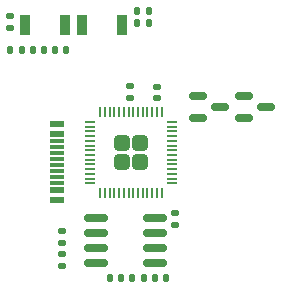
<source format=gbr>
%TF.GenerationSoftware,KiCad,Pcbnew,7.0.7*%
%TF.CreationDate,2024-03-07T17:34:25-08:00*%
%TF.ProjectId,magn_angle_sensor_v2,6d61676e-5f61-46e6-976c-655f73656e73,rev?*%
%TF.SameCoordinates,Original*%
%TF.FileFunction,Paste,Top*%
%TF.FilePolarity,Positive*%
%FSLAX46Y46*%
G04 Gerber Fmt 4.6, Leading zero omitted, Abs format (unit mm)*
G04 Created by KiCad (PCBNEW 7.0.7) date 2024-03-07 17:34:25*
%MOMM*%
%LPD*%
G01*
G04 APERTURE LIST*
G04 Aperture macros list*
%AMRoundRect*
0 Rectangle with rounded corners*
0 $1 Rounding radius*
0 $2 $3 $4 $5 $6 $7 $8 $9 X,Y pos of 4 corners*
0 Add a 4 corners polygon primitive as box body*
4,1,4,$2,$3,$4,$5,$6,$7,$8,$9,$2,$3,0*
0 Add four circle primitives for the rounded corners*
1,1,$1+$1,$2,$3*
1,1,$1+$1,$4,$5*
1,1,$1+$1,$6,$7*
1,1,$1+$1,$8,$9*
0 Add four rect primitives between the rounded corners*
20,1,$1+$1,$2,$3,$4,$5,0*
20,1,$1+$1,$4,$5,$6,$7,0*
20,1,$1+$1,$6,$7,$8,$9,0*
20,1,$1+$1,$8,$9,$2,$3,0*%
G04 Aperture macros list end*
%ADD10RoundRect,0.135000X0.185000X-0.135000X0.185000X0.135000X-0.185000X0.135000X-0.185000X-0.135000X0*%
%ADD11R,0.900000X1.700000*%
%ADD12RoundRect,0.249999X-0.395001X-0.395001X0.395001X-0.395001X0.395001X0.395001X-0.395001X0.395001X0*%
%ADD13RoundRect,0.050000X-0.387500X-0.050000X0.387500X-0.050000X0.387500X0.050000X-0.387500X0.050000X0*%
%ADD14RoundRect,0.050000X-0.050000X-0.387500X0.050000X-0.387500X0.050000X0.387500X-0.050000X0.387500X0*%
%ADD15RoundRect,0.135000X-0.185000X0.135000X-0.185000X-0.135000X0.185000X-0.135000X0.185000X0.135000X0*%
%ADD16RoundRect,0.150000X-0.825000X-0.150000X0.825000X-0.150000X0.825000X0.150000X-0.825000X0.150000X0*%
%ADD17RoundRect,0.140000X-0.170000X0.140000X-0.170000X-0.140000X0.170000X-0.140000X0.170000X0.140000X0*%
%ADD18RoundRect,0.140000X-0.140000X-0.170000X0.140000X-0.170000X0.140000X0.170000X-0.140000X0.170000X0*%
%ADD19RoundRect,0.150000X-0.587500X-0.150000X0.587500X-0.150000X0.587500X0.150000X-0.587500X0.150000X0*%
%ADD20RoundRect,0.135000X-0.135000X-0.185000X0.135000X-0.185000X0.135000X0.185000X-0.135000X0.185000X0*%
%ADD21RoundRect,0.140000X0.140000X0.170000X-0.140000X0.170000X-0.140000X-0.170000X0.140000X-0.170000X0*%
%ADD22R,1.240000X0.600000*%
%ADD23R,1.240000X0.300000*%
%ADD24RoundRect,0.147500X0.172500X-0.147500X0.172500X0.147500X-0.172500X0.147500X-0.172500X-0.147500X0*%
%ADD25RoundRect,0.140000X0.170000X-0.140000X0.170000X0.140000X-0.170000X0.140000X-0.170000X-0.140000X0*%
%ADD26RoundRect,0.135000X0.135000X0.185000X-0.135000X0.185000X-0.135000X-0.185000X0.135000X-0.185000X0*%
G04 APERTURE END LIST*
D10*
%TO.C,R6*%
X26700000Y-40210000D03*
X26700000Y-39190000D03*
%TD*%
%TO.C,R3*%
X22300000Y-21960000D03*
X22300000Y-20940000D03*
%TD*%
D11*
%TO.C,SW2*%
X26900000Y-21700000D03*
X23500000Y-21700000D03*
%TD*%
D12*
%TO.C,U5*%
X31700000Y-31750000D03*
X31700000Y-33350000D03*
X33300000Y-31750000D03*
X33300000Y-33350000D03*
D13*
X29062500Y-29950000D03*
X29062500Y-30350000D03*
X29062500Y-30750000D03*
X29062500Y-31150000D03*
X29062500Y-31550000D03*
X29062500Y-31950000D03*
X29062500Y-32350000D03*
X29062500Y-32750000D03*
X29062500Y-33150000D03*
X29062500Y-33550000D03*
X29062500Y-33950000D03*
X29062500Y-34350000D03*
X29062500Y-34750000D03*
X29062500Y-35150000D03*
D14*
X29900000Y-35987500D03*
X30300000Y-35987500D03*
X30700000Y-35987500D03*
X31100000Y-35987500D03*
X31500000Y-35987500D03*
X31900000Y-35987500D03*
X32300000Y-35987500D03*
X32700000Y-35987500D03*
X33100000Y-35987500D03*
X33500000Y-35987500D03*
X33900000Y-35987500D03*
X34300000Y-35987500D03*
X34700000Y-35987500D03*
X35100000Y-35987500D03*
D13*
X35937500Y-35150000D03*
X35937500Y-34750000D03*
X35937500Y-34350000D03*
X35937500Y-33950000D03*
X35937500Y-33550000D03*
X35937500Y-33150000D03*
X35937500Y-32750000D03*
X35937500Y-32350000D03*
X35937500Y-31950000D03*
X35937500Y-31550000D03*
X35937500Y-31150000D03*
X35937500Y-30750000D03*
X35937500Y-30350000D03*
X35937500Y-29950000D03*
D14*
X35100000Y-29112500D03*
X34700000Y-29112500D03*
X34300000Y-29112500D03*
X33900000Y-29112500D03*
X33500000Y-29112500D03*
X33100000Y-29112500D03*
X32700000Y-29112500D03*
X32300000Y-29112500D03*
X31900000Y-29112500D03*
X31500000Y-29112500D03*
X31100000Y-29112500D03*
X30700000Y-29112500D03*
X30300000Y-29112500D03*
X29900000Y-29112500D03*
%TD*%
D15*
%TO.C,R8*%
X36250000Y-37690000D03*
X36250000Y-38710000D03*
%TD*%
D16*
%TO.C,U6*%
X29575000Y-38095000D03*
X29575000Y-39365000D03*
X29575000Y-40635000D03*
X29575000Y-41905000D03*
X34525000Y-41905000D03*
X34525000Y-40635000D03*
X34525000Y-39365000D03*
X34525000Y-38095000D03*
%TD*%
D17*
%TO.C,C15*%
X32400000Y-26920000D03*
X32400000Y-27880000D03*
%TD*%
D18*
%TO.C,C18*%
X31680000Y-43200000D03*
X30720000Y-43200000D03*
%TD*%
D19*
%TO.C,U1*%
X42062500Y-27750000D03*
X42062500Y-29650000D03*
X43937500Y-28700000D03*
%TD*%
%TO.C,U2*%
X38175000Y-27750000D03*
X38175000Y-29650000D03*
X40050000Y-28700000D03*
%TD*%
D18*
%TO.C,C7*%
X22290000Y-23850000D03*
X23250000Y-23850000D03*
%TD*%
D11*
%TO.C,SW1*%
X28350000Y-21700000D03*
X31750000Y-21700000D03*
%TD*%
D20*
%TO.C,R2*%
X32990000Y-20550000D03*
X34010000Y-20550000D03*
%TD*%
D21*
%TO.C,C19*%
X32620000Y-43200000D03*
X33580000Y-43200000D03*
%TD*%
%TO.C,C9*%
X27030000Y-23850000D03*
X26070000Y-23850000D03*
%TD*%
D22*
%TO.C,J2*%
X26250000Y-30130000D03*
X26250000Y-30930000D03*
D23*
X26250000Y-32080000D03*
X26250000Y-33080000D03*
X26250000Y-33580000D03*
X26250000Y-34580000D03*
D22*
X26250000Y-35730000D03*
X26250000Y-36530000D03*
X26250000Y-36530000D03*
X26250000Y-35730000D03*
D23*
X26250000Y-35080000D03*
X26250000Y-34080000D03*
X26250000Y-32580000D03*
X26250000Y-31580000D03*
D22*
X26250000Y-30930000D03*
X26250000Y-30130000D03*
%TD*%
D21*
%TO.C,C8*%
X25130000Y-23850000D03*
X24170000Y-23850000D03*
%TD*%
D24*
%TO.C,D1*%
X26700000Y-42135000D03*
X26700000Y-41165000D03*
%TD*%
D25*
%TO.C,C16*%
X34700000Y-27930000D03*
X34700000Y-26970000D03*
%TD*%
D18*
%TO.C,C22*%
X35480000Y-43200000D03*
X34520000Y-43200000D03*
%TD*%
D26*
%TO.C,R1*%
X34010000Y-21600000D03*
X32990000Y-21600000D03*
%TD*%
M02*

</source>
